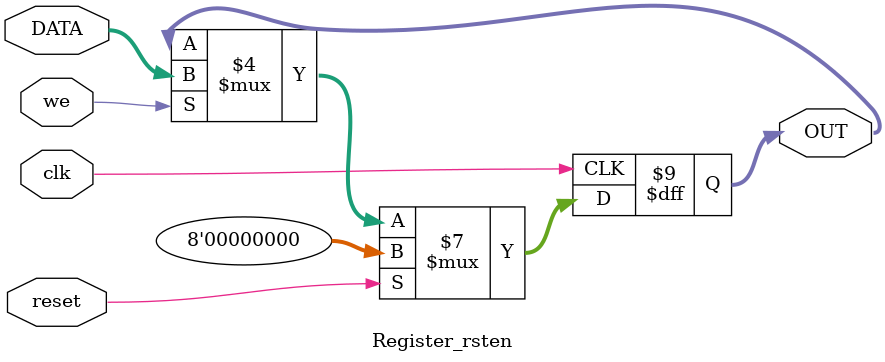
<source format=v>
module Register_rsten#(
     parameter WIDTH=8)
    (
	  input  clk, reset,we,
	  input	[WIDTH-1:0] DATA,
	  output reg [WIDTH-1:0] OUT
    );
	 
always@(posedge clk) begin
	if (reset == 1'b1)
		OUT<={WIDTH{1'b0}};
	else if(we==1'b1)	
		OUT<=DATA;
end
	 
endmodule	 
</source>
